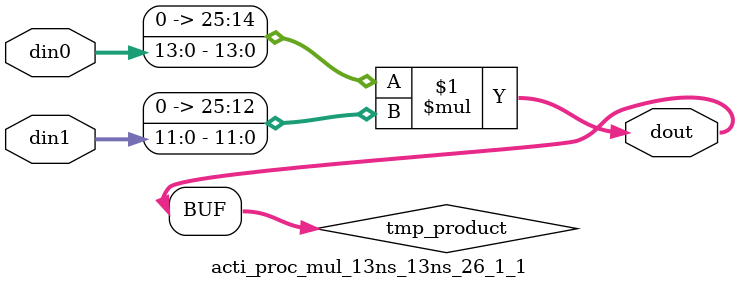
<source format=v>

`timescale 1 ns / 1 ps

  module acti_proc_mul_13ns_13ns_26_1_1(din0, din1, dout);
parameter ID = 1;
parameter NUM_STAGE = 0;
parameter din0_WIDTH = 14;
parameter din1_WIDTH = 12;
parameter dout_WIDTH = 26;

input [din0_WIDTH - 1 : 0] din0; 
input [din1_WIDTH - 1 : 0] din1; 
output [dout_WIDTH - 1 : 0] dout;

wire signed [dout_WIDTH - 1 : 0] tmp_product;










assign tmp_product = $signed({1'b0, din0}) * $signed({1'b0, din1});











assign dout = tmp_product;







endmodule

</source>
